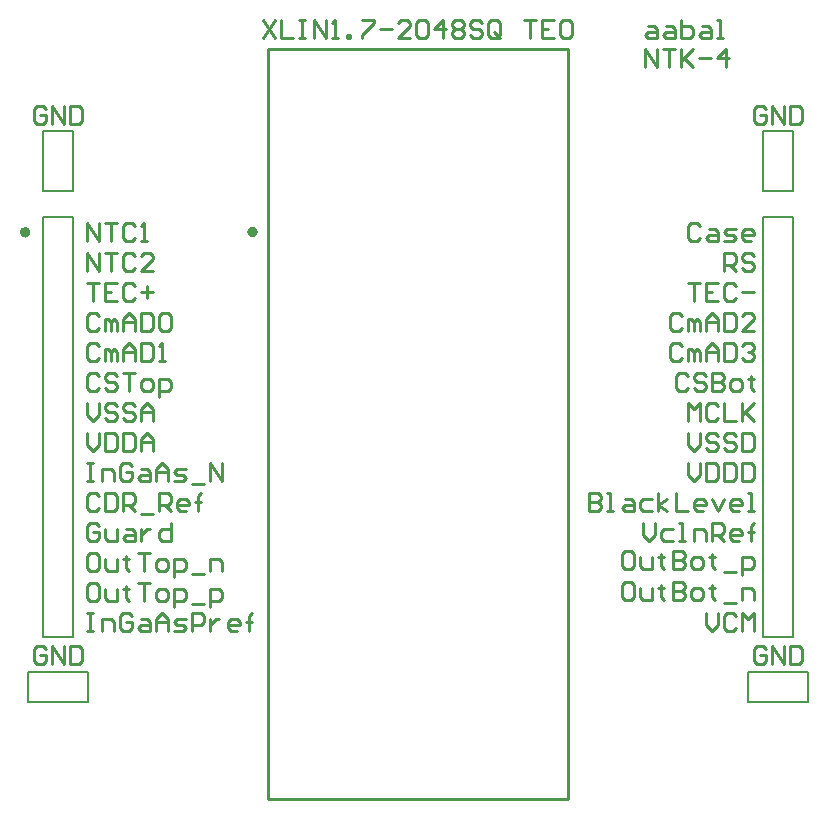
<source format=gto>
G04*
G04 #@! TF.GenerationSoftware,Altium Limited,Altium Designer,18.0.9 (584)*
G04*
G04 Layer_Color=65535*
%FSLAX43Y43*%
%MOMM*%
G71*
G01*
G75*
%ADD10C,0.500*%
%ADD11C,0.200*%
%ADD12C,0.254*%
D10*
X21200Y51250D02*
G03*
X21200Y51250I-200J0D01*
G01*
X1950Y51225D02*
G03*
X1950Y51225I-200J0D01*
G01*
D11*
X64250Y54690D02*
X66790D01*
X64250D02*
Y59770D01*
X66790D01*
Y54690D02*
Y59770D01*
X3250Y54690D02*
X5790D01*
X3250D02*
Y59770D01*
X5790D01*
Y54690D02*
Y59770D01*
X68060Y11500D02*
Y14040D01*
X62980Y11500D02*
X68060D01*
X62980D02*
Y14040D01*
X68060D01*
X7060Y11500D02*
Y14040D01*
X1980Y11500D02*
X7060D01*
X1980D02*
Y14040D01*
X7060D01*
X64250Y18840D02*
Y52495D01*
Y16935D02*
Y18840D01*
Y16935D02*
X66790D01*
Y52495D01*
X64250D02*
X66790D01*
X5790Y16935D02*
Y50590D01*
Y52495D01*
X3250D02*
X5790D01*
X3250Y16935D02*
Y52495D01*
Y16935D02*
X5790D01*
D12*
X47700Y3250D02*
Y66750D01*
X22300Y3250D02*
Y66750D01*
Y3250D02*
X47700D01*
X22300Y66750D02*
X47700D01*
X54454Y68658D02*
X54962D01*
X55216Y68405D01*
Y67643D01*
X54454D01*
X54200Y67897D01*
X54454Y68151D01*
X55216D01*
X55977Y68658D02*
X56485D01*
X56739Y68405D01*
Y67643D01*
X55977D01*
X55724Y67897D01*
X55977Y68151D01*
X56739D01*
X57247Y69166D02*
Y67643D01*
X58009D01*
X58263Y67897D01*
Y68151D01*
Y68405D01*
X58009Y68658D01*
X57247D01*
X59024D02*
X59532D01*
X59786Y68405D01*
Y67643D01*
X59024D01*
X58771Y67897D01*
X59024Y68151D01*
X59786D01*
X60294Y67643D02*
X60802D01*
X60548D01*
Y69166D01*
X60294D01*
X54200Y65205D02*
Y66728D01*
X55216Y65205D01*
Y66728D01*
X55724D02*
X56739D01*
X56231D01*
Y65205D01*
X57247Y66728D02*
Y65205D01*
Y65713D01*
X58263Y66728D01*
X57501Y65967D01*
X58263Y65205D01*
X58771Y65967D02*
X59786D01*
X61056Y65205D02*
Y66728D01*
X60294Y65967D01*
X61310D01*
X60926Y47923D02*
Y49447D01*
X61688D01*
X61942Y49193D01*
Y48685D01*
X61688Y48431D01*
X60926D01*
X61434D02*
X61942Y47923D01*
X63465Y49193D02*
X63212Y49447D01*
X62704D01*
X62450Y49193D01*
Y48939D01*
X62704Y48685D01*
X63212D01*
X63465Y48431D01*
Y48177D01*
X63212Y47923D01*
X62704D01*
X62450Y48177D01*
X58895Y51733D02*
X58641Y51987D01*
X58133D01*
X57879Y51733D01*
Y50717D01*
X58133Y50463D01*
X58641D01*
X58895Y50717D01*
X59657Y51479D02*
X60165D01*
X60418Y51225D01*
Y50463D01*
X59657D01*
X59403Y50717D01*
X59657Y50971D01*
X60418D01*
X60926Y50463D02*
X61688D01*
X61942Y50717D01*
X61688Y50971D01*
X61180D01*
X60926Y51225D01*
X61180Y51479D01*
X61942D01*
X63212Y50463D02*
X62704D01*
X62450Y50717D01*
Y51225D01*
X62704Y51479D01*
X63212D01*
X63465Y51225D01*
Y50971D01*
X62450D01*
X57879Y46907D02*
X58895D01*
X58387D01*
Y45383D01*
X60418Y46907D02*
X59403D01*
Y45383D01*
X60418D01*
X59403Y46145D02*
X59911D01*
X61942Y46653D02*
X61688Y46907D01*
X61180D01*
X60926Y46653D01*
Y45637D01*
X61180Y45383D01*
X61688D01*
X61942Y45637D01*
X62450Y46145D02*
X63465D01*
X57371Y44113D02*
X57118Y44367D01*
X56610D01*
X56356Y44113D01*
Y43097D01*
X56610Y42843D01*
X57118D01*
X57371Y43097D01*
X57879Y42843D02*
Y43859D01*
X58133D01*
X58387Y43605D01*
Y42843D01*
Y43605D01*
X58641Y43859D01*
X58895Y43605D01*
Y42843D01*
X59403D02*
Y43859D01*
X59911Y44367D01*
X60418Y43859D01*
Y42843D01*
Y43605D01*
X59403D01*
X60926Y44367D02*
Y42843D01*
X61688D01*
X61942Y43097D01*
Y44113D01*
X61688Y44367D01*
X60926D01*
X63465Y42843D02*
X62450D01*
X63465Y43859D01*
Y44113D01*
X63212Y44367D01*
X62704D01*
X62450Y44113D01*
X57371Y41573D02*
X57118Y41827D01*
X56610D01*
X56356Y41573D01*
Y40557D01*
X56610Y40303D01*
X57118D01*
X57371Y40557D01*
X57879Y40303D02*
Y41319D01*
X58133D01*
X58387Y41065D01*
Y40303D01*
Y41065D01*
X58641Y41319D01*
X58895Y41065D01*
Y40303D01*
X59403D02*
Y41319D01*
X59911Y41827D01*
X60418Y41319D01*
Y40303D01*
Y41065D01*
X59403D01*
X60926Y41827D02*
Y40303D01*
X61688D01*
X61942Y40557D01*
Y41573D01*
X61688Y41827D01*
X60926D01*
X62450Y41573D02*
X62704Y41827D01*
X63212D01*
X63465Y41573D01*
Y41319D01*
X63212Y41065D01*
X62958D01*
X63212D01*
X63465Y40811D01*
Y40557D01*
X63212Y40303D01*
X62704D01*
X62450Y40557D01*
X57879Y39033D02*
X57625Y39287D01*
X57118D01*
X56864Y39033D01*
Y38017D01*
X57118Y37763D01*
X57625D01*
X57879Y38017D01*
X59403Y39033D02*
X59149Y39287D01*
X58641D01*
X58387Y39033D01*
Y38779D01*
X58641Y38525D01*
X59149D01*
X59403Y38271D01*
Y38017D01*
X59149Y37763D01*
X58641D01*
X58387Y38017D01*
X59911Y39287D02*
Y37763D01*
X60672D01*
X60926Y38017D01*
Y38271D01*
X60672Y38525D01*
X59911D01*
X60672D01*
X60926Y38779D01*
Y39033D01*
X60672Y39287D01*
X59911D01*
X61688Y37763D02*
X62196D01*
X62450Y38017D01*
Y38525D01*
X62196Y38779D01*
X61688D01*
X61434Y38525D01*
Y38017D01*
X61688Y37763D01*
X63212Y39033D02*
Y38779D01*
X62958D01*
X63465D01*
X63212D01*
Y38017D01*
X63465Y37763D01*
X57879Y35223D02*
Y36747D01*
X58387Y36239D01*
X58895Y36747D01*
Y35223D01*
X60418Y36493D02*
X60165Y36747D01*
X59657D01*
X59403Y36493D01*
Y35477D01*
X59657Y35223D01*
X60165D01*
X60418Y35477D01*
X60926Y36747D02*
Y35223D01*
X61942D01*
X62450Y36747D02*
Y35223D01*
Y35731D01*
X63465Y36747D01*
X62704Y35985D01*
X63465Y35223D01*
X57879Y34207D02*
Y33191D01*
X58387Y32683D01*
X58895Y33191D01*
Y34207D01*
X60418Y33953D02*
X60165Y34207D01*
X59657D01*
X59403Y33953D01*
Y33699D01*
X59657Y33445D01*
X60165D01*
X60418Y33191D01*
Y32937D01*
X60165Y32683D01*
X59657D01*
X59403Y32937D01*
X61942Y33953D02*
X61688Y34207D01*
X61180D01*
X60926Y33953D01*
Y33699D01*
X61180Y33445D01*
X61688D01*
X61942Y33191D01*
Y32937D01*
X61688Y32683D01*
X61180D01*
X60926Y32937D01*
X62450Y34207D02*
Y32683D01*
X63212D01*
X63465Y32937D01*
Y33953D01*
X63212Y34207D01*
X62450D01*
X57879Y31667D02*
Y30651D01*
X58387Y30143D01*
X58895Y30651D01*
Y31667D01*
X59403D02*
Y30143D01*
X60165D01*
X60418Y30397D01*
Y31413D01*
X60165Y31667D01*
X59403D01*
X60926D02*
Y30143D01*
X61688D01*
X61942Y30397D01*
Y31413D01*
X61688Y31667D01*
X60926D01*
X62450D02*
Y30143D01*
X63212D01*
X63465Y30397D01*
Y31413D01*
X63212Y31667D01*
X62450D01*
X49500Y29127D02*
Y27603D01*
X50262D01*
X50516Y27857D01*
Y28111D01*
X50262Y28365D01*
X49500D01*
X50262D01*
X50516Y28619D01*
Y28873D01*
X50262Y29127D01*
X49500D01*
X51024Y27603D02*
X51531D01*
X51277D01*
Y29127D01*
X51024D01*
X52547Y28619D02*
X53055D01*
X53309Y28365D01*
Y27603D01*
X52547D01*
X52293Y27857D01*
X52547Y28111D01*
X53309D01*
X54832Y28619D02*
X54071D01*
X53817Y28365D01*
Y27857D01*
X54071Y27603D01*
X54832D01*
X55340D02*
Y29127D01*
Y28111D02*
X56102Y28619D01*
X55340Y28111D02*
X56102Y27603D01*
X56864Y29127D02*
Y27603D01*
X57879D01*
X59149D02*
X58641D01*
X58387Y27857D01*
Y28365D01*
X58641Y28619D01*
X59149D01*
X59403Y28365D01*
Y28111D01*
X58387D01*
X59911Y28619D02*
X60418Y27603D01*
X60926Y28619D01*
X62196Y27603D02*
X61688D01*
X61434Y27857D01*
Y28365D01*
X61688Y28619D01*
X62196D01*
X62450Y28365D01*
Y28111D01*
X61434D01*
X62958Y27603D02*
X63465D01*
X63212D01*
Y29127D01*
X62958D01*
X54071Y26587D02*
Y25571D01*
X54578Y25063D01*
X55086Y25571D01*
Y26587D01*
X56610Y26079D02*
X55848D01*
X55594Y25825D01*
Y25317D01*
X55848Y25063D01*
X56610D01*
X57118D02*
X57625D01*
X57371D01*
Y26587D01*
X57118D01*
X58387Y25063D02*
Y26079D01*
X59149D01*
X59403Y25825D01*
Y25063D01*
X59911D02*
Y26587D01*
X60672D01*
X60926Y26333D01*
Y25825D01*
X60672Y25571D01*
X59911D01*
X60418D02*
X60926Y25063D01*
X62196D02*
X61688D01*
X61434Y25317D01*
Y25825D01*
X61688Y26079D01*
X62196D01*
X62450Y25825D01*
Y25571D01*
X61434D01*
X63212Y25063D02*
Y26333D01*
Y25825D01*
X62958D01*
X63465D01*
X63212D01*
Y26333D01*
X63465Y26587D01*
X53055Y24280D02*
X52547D01*
X52293Y24026D01*
Y23010D01*
X52547Y22756D01*
X53055D01*
X53309Y23010D01*
Y24026D01*
X53055Y24280D01*
X53817Y23772D02*
Y23010D01*
X54071Y22756D01*
X54832D01*
Y23772D01*
X55594Y24026D02*
Y23772D01*
X55340D01*
X55848D01*
X55594D01*
Y23010D01*
X55848Y22756D01*
X56610Y24280D02*
Y22756D01*
X57371D01*
X57625Y23010D01*
Y23264D01*
X57371Y23518D01*
X56610D01*
X57371D01*
X57625Y23772D01*
Y24026D01*
X57371Y24280D01*
X56610D01*
X58387Y22756D02*
X58895D01*
X59149Y23010D01*
Y23518D01*
X58895Y23772D01*
X58387D01*
X58133Y23518D01*
Y23010D01*
X58387Y22756D01*
X59911Y24026D02*
Y23772D01*
X59657D01*
X60165D01*
X59911D01*
Y23010D01*
X60165Y22756D01*
X60926Y22502D02*
X61942D01*
X62450Y22248D02*
Y23772D01*
X63212D01*
X63465Y23518D01*
Y23010D01*
X63212Y22756D01*
X62450D01*
X53055Y21636D02*
X52547D01*
X52293Y21382D01*
Y20366D01*
X52547Y20112D01*
X53055D01*
X53309Y20366D01*
Y21382D01*
X53055Y21636D01*
X53817Y21128D02*
Y20366D01*
X54071Y20112D01*
X54832D01*
Y21128D01*
X55594Y21382D02*
Y21128D01*
X55340D01*
X55848D01*
X55594D01*
Y20366D01*
X55848Y20112D01*
X56610Y21636D02*
Y20112D01*
X57371D01*
X57625Y20366D01*
Y20620D01*
X57371Y20874D01*
X56610D01*
X57371D01*
X57625Y21128D01*
Y21382D01*
X57371Y21636D01*
X56610D01*
X58387Y20112D02*
X58895D01*
X59149Y20366D01*
Y20874D01*
X58895Y21128D01*
X58387D01*
X58133Y20874D01*
Y20366D01*
X58387Y20112D01*
X59911Y21382D02*
Y21128D01*
X59657D01*
X60165D01*
X59911D01*
Y20366D01*
X60165Y20112D01*
X60926Y19858D02*
X61942D01*
X62450Y20112D02*
Y21128D01*
X63212D01*
X63465Y20874D01*
Y20112D01*
X59403Y18967D02*
Y17951D01*
X59911Y17443D01*
X60418Y17951D01*
Y18967D01*
X61942Y18713D02*
X61688Y18967D01*
X61180D01*
X60926Y18713D01*
Y17697D01*
X61180Y17443D01*
X61688D01*
X61942Y17697D01*
X62450Y17443D02*
Y18967D01*
X62958Y18459D01*
X63465Y18967D01*
Y17443D01*
X7000Y18967D02*
X7508D01*
X7254D01*
Y17443D01*
X7000D01*
X7508D01*
X8270D02*
Y18459D01*
X9031D01*
X9285Y18205D01*
Y17443D01*
X10809Y18713D02*
X10555Y18967D01*
X10047D01*
X9793Y18713D01*
Y17697D01*
X10047Y17443D01*
X10555D01*
X10809Y17697D01*
Y18205D01*
X10301D01*
X11571Y18459D02*
X12078D01*
X12332Y18205D01*
Y17443D01*
X11571D01*
X11317Y17697D01*
X11571Y17951D01*
X12332D01*
X12840Y17443D02*
Y18459D01*
X13348Y18967D01*
X13856Y18459D01*
Y17443D01*
Y18205D01*
X12840D01*
X14364Y17443D02*
X15125D01*
X15379Y17697D01*
X15125Y17951D01*
X14618D01*
X14364Y18205D01*
X14618Y18459D01*
X15379D01*
X15887Y17443D02*
Y18967D01*
X16649D01*
X16903Y18713D01*
Y18205D01*
X16649Y17951D01*
X15887D01*
X17411Y18459D02*
Y17443D01*
Y17951D01*
X17665Y18205D01*
X17918Y18459D01*
X18172D01*
X19696Y17443D02*
X19188D01*
X18934Y17697D01*
Y18205D01*
X19188Y18459D01*
X19696D01*
X19950Y18205D01*
Y17951D01*
X18934D01*
X20712Y17443D02*
Y18713D01*
Y18205D01*
X20458D01*
X20965D01*
X20712D01*
Y18713D01*
X20965Y18967D01*
X7762Y21515D02*
X7254D01*
X7000Y21261D01*
Y20245D01*
X7254Y19991D01*
X7762D01*
X8016Y20245D01*
Y21261D01*
X7762Y21515D01*
X8524Y21007D02*
Y20245D01*
X8777Y19991D01*
X9539D01*
Y21007D01*
X10301Y21261D02*
Y21007D01*
X10047D01*
X10555D01*
X10301D01*
Y20245D01*
X10555Y19991D01*
X11317Y21515D02*
X12332D01*
X11824D01*
Y19991D01*
X13094D02*
X13602D01*
X13856Y20245D01*
Y20753D01*
X13602Y21007D01*
X13094D01*
X12840Y20753D01*
Y20245D01*
X13094Y19991D01*
X14364Y19483D02*
Y21007D01*
X15125D01*
X15379Y20753D01*
Y20245D01*
X15125Y19991D01*
X14364D01*
X15887Y19737D02*
X16903D01*
X17411Y19483D02*
Y21007D01*
X18172D01*
X18426Y20753D01*
Y20245D01*
X18172Y19991D01*
X17411D01*
X7762Y24080D02*
X7254D01*
X7000Y23826D01*
Y22810D01*
X7254Y22556D01*
X7762D01*
X8016Y22810D01*
Y23826D01*
X7762Y24080D01*
X8524Y23572D02*
Y22810D01*
X8777Y22556D01*
X9539D01*
Y23572D01*
X10301Y23826D02*
Y23572D01*
X10047D01*
X10555D01*
X10301D01*
Y22810D01*
X10555Y22556D01*
X11317Y24080D02*
X12332D01*
X11824D01*
Y22556D01*
X13094D02*
X13602D01*
X13856Y22810D01*
Y23318D01*
X13602Y23572D01*
X13094D01*
X12840Y23318D01*
Y22810D01*
X13094Y22556D01*
X14364Y22048D02*
Y23572D01*
X15125D01*
X15379Y23318D01*
Y22810D01*
X15125Y22556D01*
X14364D01*
X15887Y22302D02*
X16903D01*
X17411Y22556D02*
Y23572D01*
X18172D01*
X18426Y23318D01*
Y22556D01*
X8016Y26333D02*
X7762Y26587D01*
X7254D01*
X7000Y26333D01*
Y25317D01*
X7254Y25063D01*
X7762D01*
X8016Y25317D01*
Y25825D01*
X7508D01*
X8524Y26079D02*
Y25317D01*
X8777Y25063D01*
X9539D01*
Y26079D01*
X10301D02*
X10809D01*
X11063Y25825D01*
Y25063D01*
X10301D01*
X10047Y25317D01*
X10301Y25571D01*
X11063D01*
X11571Y26079D02*
Y25063D01*
Y25571D01*
X11824Y25825D01*
X12078Y26079D01*
X12332D01*
X14110Y26587D02*
Y25063D01*
X13348D01*
X13094Y25317D01*
Y25825D01*
X13348Y26079D01*
X14110D01*
X8016Y28902D02*
X7762Y29156D01*
X7254D01*
X7000Y28902D01*
Y27886D01*
X7254Y27632D01*
X7762D01*
X8016Y27886D01*
X8524Y29156D02*
Y27632D01*
X9285D01*
X9539Y27886D01*
Y28902D01*
X9285Y29156D01*
X8524D01*
X10047Y27632D02*
Y29156D01*
X10809D01*
X11063Y28902D01*
Y28394D01*
X10809Y28140D01*
X10047D01*
X10555D02*
X11063Y27632D01*
X11571Y27378D02*
X12586D01*
X13094Y27632D02*
Y29156D01*
X13856D01*
X14110Y28902D01*
Y28394D01*
X13856Y28140D01*
X13094D01*
X13602D02*
X14110Y27632D01*
X15379D02*
X14871D01*
X14618Y27886D01*
Y28394D01*
X14871Y28648D01*
X15379D01*
X15633Y28394D01*
Y28140D01*
X14618D01*
X16395Y27632D02*
Y28902D01*
Y28394D01*
X16141D01*
X16649D01*
X16395D01*
Y28902D01*
X16649Y29156D01*
X7000Y31694D02*
X7508D01*
X7254D01*
Y30170D01*
X7000D01*
X7508D01*
X8270D02*
Y31186D01*
X9031D01*
X9285Y30932D01*
Y30170D01*
X10809Y31440D02*
X10555Y31694D01*
X10047D01*
X9793Y31440D01*
Y30424D01*
X10047Y30170D01*
X10555D01*
X10809Y30424D01*
Y30932D01*
X10301D01*
X11571Y31186D02*
X12078D01*
X12332Y30932D01*
Y30170D01*
X11571D01*
X11317Y30424D01*
X11571Y30678D01*
X12332D01*
X12840Y30170D02*
Y31186D01*
X13348Y31694D01*
X13856Y31186D01*
Y30170D01*
Y30932D01*
X12840D01*
X14364Y30170D02*
X15125D01*
X15379Y30424D01*
X15125Y30678D01*
X14618D01*
X14364Y30932D01*
X14618Y31186D01*
X15379D01*
X15887Y29916D02*
X16903D01*
X17411Y30170D02*
Y31694D01*
X18426Y30170D01*
Y31694D01*
X7000Y34207D02*
Y33191D01*
X7508Y32683D01*
X8016Y33191D01*
Y34207D01*
X8524D02*
Y32683D01*
X9285D01*
X9539Y32937D01*
Y33953D01*
X9285Y34207D01*
X8524D01*
X10047D02*
Y32683D01*
X10809D01*
X11063Y32937D01*
Y33953D01*
X10809Y34207D01*
X10047D01*
X11571Y32683D02*
Y33699D01*
X12078Y34207D01*
X12586Y33699D01*
Y32683D01*
Y33445D01*
X11571D01*
X7000Y36747D02*
Y35731D01*
X7508Y35223D01*
X8016Y35731D01*
Y36747D01*
X9539Y36493D02*
X9285Y36747D01*
X8777D01*
X8524Y36493D01*
Y36239D01*
X8777Y35985D01*
X9285D01*
X9539Y35731D01*
Y35477D01*
X9285Y35223D01*
X8777D01*
X8524Y35477D01*
X11063Y36493D02*
X10809Y36747D01*
X10301D01*
X10047Y36493D01*
Y36239D01*
X10301Y35985D01*
X10809D01*
X11063Y35731D01*
Y35477D01*
X10809Y35223D01*
X10301D01*
X10047Y35477D01*
X11571Y35223D02*
Y36239D01*
X12078Y36747D01*
X12586Y36239D01*
Y35223D01*
Y35985D01*
X11571D01*
X8016Y39037D02*
X7762Y39291D01*
X7254D01*
X7000Y39037D01*
Y38021D01*
X7254Y37767D01*
X7762D01*
X8016Y38021D01*
X9539Y39037D02*
X9285Y39291D01*
X8777D01*
X8524Y39037D01*
Y38783D01*
X8777Y38529D01*
X9285D01*
X9539Y38275D01*
Y38021D01*
X9285Y37767D01*
X8777D01*
X8524Y38021D01*
X10047Y39291D02*
X11063D01*
X10555D01*
Y37767D01*
X11824D02*
X12332D01*
X12586Y38021D01*
Y38529D01*
X12332Y38783D01*
X11824D01*
X11571Y38529D01*
Y38021D01*
X11824Y37767D01*
X13094Y37259D02*
Y38783D01*
X13856D01*
X14110Y38529D01*
Y38021D01*
X13856Y37767D01*
X13094D01*
X8016Y41573D02*
X7762Y41827D01*
X7254D01*
X7000Y41573D01*
Y40557D01*
X7254Y40303D01*
X7762D01*
X8016Y40557D01*
X8524Y40303D02*
Y41319D01*
X8777D01*
X9031Y41065D01*
Y40303D01*
Y41065D01*
X9285Y41319D01*
X9539Y41065D01*
Y40303D01*
X10047D02*
Y41319D01*
X10555Y41827D01*
X11063Y41319D01*
Y40303D01*
Y41065D01*
X10047D01*
X11571Y41827D02*
Y40303D01*
X12332D01*
X12586Y40557D01*
Y41573D01*
X12332Y41827D01*
X11571D01*
X13094Y40303D02*
X13602D01*
X13348D01*
Y41827D01*
X13094Y41573D01*
X8016Y44113D02*
X7762Y44367D01*
X7254D01*
X7000Y44113D01*
Y43097D01*
X7254Y42843D01*
X7762D01*
X8016Y43097D01*
X8524Y42843D02*
Y43859D01*
X8777D01*
X9031Y43605D01*
Y42843D01*
Y43605D01*
X9285Y43859D01*
X9539Y43605D01*
Y42843D01*
X10047D02*
Y43859D01*
X10555Y44367D01*
X11063Y43859D01*
Y42843D01*
Y43605D01*
X10047D01*
X11571Y44367D02*
Y42843D01*
X12332D01*
X12586Y43097D01*
Y44113D01*
X12332Y44367D01*
X11571D01*
X13094Y44113D02*
X13348Y44367D01*
X13856D01*
X14110Y44113D01*
Y43097D01*
X13856Y42843D01*
X13348D01*
X13094Y43097D01*
Y44113D01*
X7000Y46907D02*
X8016D01*
X7508D01*
Y45383D01*
X9539Y46907D02*
X8524D01*
Y45383D01*
X9539D01*
X8524Y46145D02*
X9031D01*
X11063Y46653D02*
X10809Y46907D01*
X10301D01*
X10047Y46653D01*
Y45637D01*
X10301Y45383D01*
X10809D01*
X11063Y45637D01*
X11571Y46145D02*
X12586D01*
X12078Y46653D02*
Y45637D01*
X7000Y50463D02*
Y51987D01*
X8016Y50463D01*
Y51987D01*
X8524D02*
X9539D01*
X9031D01*
Y50463D01*
X11063Y51733D02*
X10809Y51987D01*
X10301D01*
X10047Y51733D01*
Y50717D01*
X10301Y50463D01*
X10809D01*
X11063Y50717D01*
X11571Y50463D02*
X12078D01*
X11824D01*
Y51987D01*
X11571Y51733D01*
X7000Y47923D02*
Y49447D01*
X8016Y47923D01*
Y49447D01*
X8524D02*
X9539D01*
X9031D01*
Y47923D01*
X11063Y49193D02*
X10809Y49447D01*
X10301D01*
X10047Y49193D01*
Y48177D01*
X10301Y47923D01*
X10809D01*
X11063Y48177D01*
X12586Y47923D02*
X11571D01*
X12586Y48939D01*
Y49193D01*
X12332Y49447D01*
X11824D01*
X11571Y49193D01*
X64513Y61695D02*
X64259Y61949D01*
X63751D01*
X63497Y61695D01*
Y60680D01*
X63751Y60426D01*
X64259D01*
X64513Y60680D01*
Y61188D01*
X64005D01*
X65021Y60426D02*
Y61949D01*
X66037Y60426D01*
Y61949D01*
X66545D02*
Y60426D01*
X67306D01*
X67560Y60680D01*
Y61695D01*
X67306Y61949D01*
X66545D01*
X3538Y61695D02*
X3284Y61949D01*
X2776D01*
X2523Y61695D01*
Y60680D01*
X2776Y60426D01*
X3284D01*
X3538Y60680D01*
Y61188D01*
X3030D01*
X4046Y60426D02*
Y61949D01*
X5062Y60426D01*
Y61949D01*
X5570D02*
Y60426D01*
X6331D01*
X6585Y60680D01*
Y61695D01*
X6331Y61949D01*
X5570D01*
X64514Y15945D02*
X64260Y16199D01*
X63752D01*
X63498Y15945D01*
Y14930D01*
X63752Y14676D01*
X64260D01*
X64514Y14930D01*
Y15438D01*
X64006D01*
X65022Y14676D02*
Y16199D01*
X66037Y14676D01*
Y16199D01*
X66545D02*
Y14676D01*
X67307D01*
X67561Y14930D01*
Y15945D01*
X67307Y16199D01*
X66545D01*
X3507Y15945D02*
X3253Y16199D01*
X2746D01*
X2492Y15945D01*
Y14930D01*
X2746Y14676D01*
X3253D01*
X3507Y14930D01*
Y15438D01*
X3000D01*
X4015Y14676D02*
Y16199D01*
X5031Y14676D01*
Y16199D01*
X5539D02*
Y14676D01*
X6300D01*
X6554Y14930D01*
Y15945D01*
X6300Y16199D01*
X5539D01*
X21916Y69166D02*
X22932Y67643D01*
Y69166D02*
X21916Y67643D01*
X23440Y69166D02*
Y67643D01*
X24456D01*
X24964Y69166D02*
X25471D01*
X25217D01*
Y67643D01*
X24964D01*
X25471D01*
X26233D02*
Y69166D01*
X27249Y67643D01*
Y69166D01*
X27757Y67643D02*
X28264D01*
X28011D01*
Y69166D01*
X27757Y68912D01*
X29026Y67643D02*
Y67897D01*
X29280D01*
Y67643D01*
X29026D01*
X30296Y69166D02*
X31311D01*
Y68912D01*
X30296Y67897D01*
Y67643D01*
X31819Y68405D02*
X32835D01*
X34358Y67643D02*
X33343D01*
X34358Y68658D01*
Y68912D01*
X34105Y69166D01*
X33597D01*
X33343Y68912D01*
X34866D02*
X35120Y69166D01*
X35628D01*
X35882Y68912D01*
Y67897D01*
X35628Y67643D01*
X35120D01*
X34866Y67897D01*
Y68912D01*
X37152Y67643D02*
Y69166D01*
X36390Y68405D01*
X37405D01*
X37913Y68912D02*
X38167Y69166D01*
X38675D01*
X38929Y68912D01*
Y68658D01*
X38675Y68405D01*
X38929Y68151D01*
Y67897D01*
X38675Y67643D01*
X38167D01*
X37913Y67897D01*
Y68151D01*
X38167Y68405D01*
X37913Y68658D01*
Y68912D01*
X38167Y68405D02*
X38675D01*
X40452Y68912D02*
X40199Y69166D01*
X39691D01*
X39437Y68912D01*
Y68658D01*
X39691Y68405D01*
X40199D01*
X40452Y68151D01*
Y67897D01*
X40199Y67643D01*
X39691D01*
X39437Y67897D01*
X41976D02*
Y68912D01*
X41722Y69166D01*
X41214D01*
X40960Y68912D01*
Y67897D01*
X41214Y67643D01*
X41722D01*
X41468Y68151D02*
X41976Y67643D01*
X41722D02*
X41976Y67897D01*
X44007Y69166D02*
X45023D01*
X44515D01*
Y67643D01*
X46547Y69166D02*
X45531D01*
Y67643D01*
X46547D01*
X45531Y68405D02*
X46039D01*
X47054Y68912D02*
X47308Y69166D01*
X47816D01*
X48070Y68912D01*
Y67897D01*
X47816Y67643D01*
X47308D01*
X47054Y67897D01*
Y68912D01*
M02*

</source>
